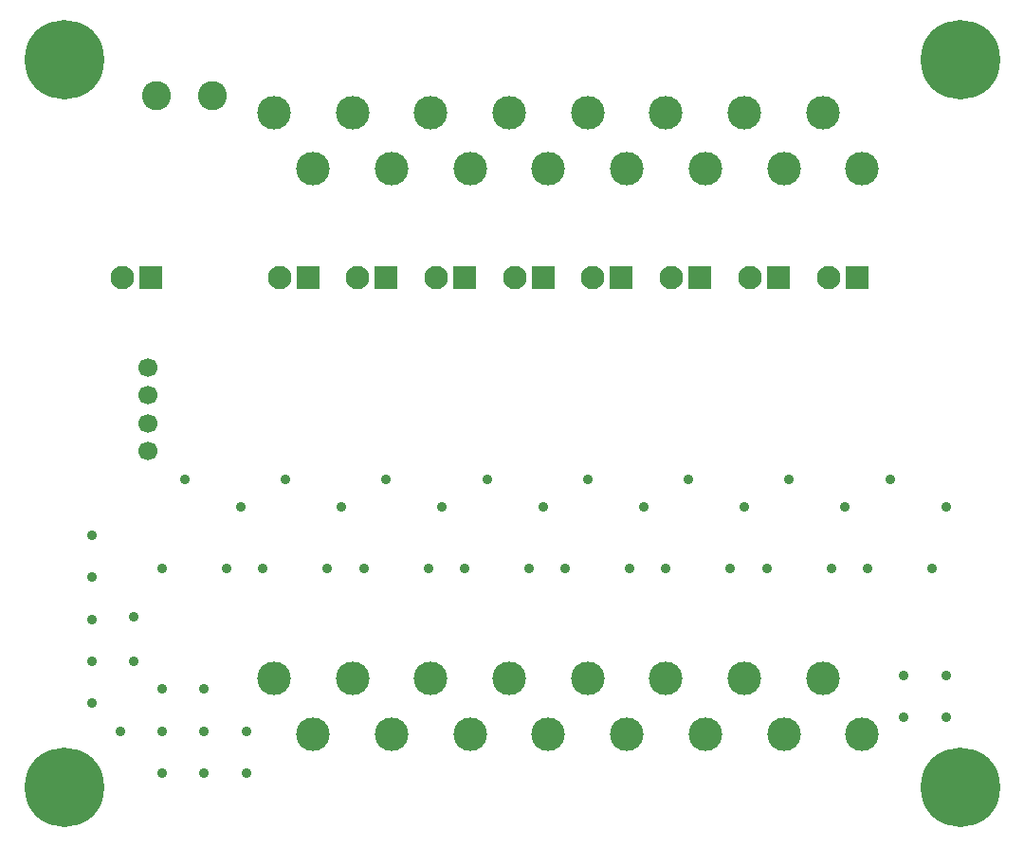
<source format=gbs>
G04 Layer_Color=16711935*
%FSLAX25Y25*%
%MOIN*%
G70*
G01*
G75*
%ADD10C,0.10236*%
%ADD11C,0.27953*%
%ADD12C,0.11824*%
%ADD13C,0.08268*%
%ADD14R,0.08268X0.08268*%
%ADD15C,0.03543*%
%ADD16C,0.06693*%
D10*
X52165Y262795D02*
D03*
X71850D02*
D03*
D11*
X19685Y275590D02*
D03*
Y19685D02*
D03*
X334646Y275590D02*
D03*
Y19685D02*
D03*
D12*
X300197Y38189D02*
D03*
X272638D02*
D03*
X286417Y57874D02*
D03*
X258858D02*
D03*
X93504D02*
D03*
X107283Y38189D02*
D03*
X121063Y57874D02*
D03*
X134843Y38189D02*
D03*
X189961D02*
D03*
X203740Y57874D02*
D03*
X217520Y38189D02*
D03*
X231299Y57874D02*
D03*
X245079Y38189D02*
D03*
X176181Y57874D02*
D03*
X162402Y38189D02*
D03*
X148622Y57874D02*
D03*
X93504Y257087D02*
D03*
X121063D02*
D03*
X107283Y237402D02*
D03*
X134843D02*
D03*
X300197D02*
D03*
X286417Y257087D02*
D03*
X272638Y237402D02*
D03*
X258858Y257087D02*
D03*
X203740D02*
D03*
X189961Y237402D02*
D03*
X176181Y257087D02*
D03*
X162402Y237402D02*
D03*
X148622Y257087D02*
D03*
X217520Y237402D02*
D03*
X231299Y257087D02*
D03*
X245079Y237402D02*
D03*
D13*
X40276Y198819D02*
D03*
X95394D02*
D03*
X122953D02*
D03*
X150512D02*
D03*
X178071D02*
D03*
X205630D02*
D03*
X233189D02*
D03*
X260748D02*
D03*
X288307D02*
D03*
D14*
X50276D02*
D03*
X105394D02*
D03*
X132953D02*
D03*
X160512D02*
D03*
X188071D02*
D03*
X215630D02*
D03*
X243189D02*
D03*
X270748D02*
D03*
X298307D02*
D03*
D15*
X68898Y54134D02*
D03*
X29528Y108268D02*
D03*
X83661Y24606D02*
D03*
X68898D02*
D03*
X54134D02*
D03*
X314961Y44291D02*
D03*
Y59055D02*
D03*
X329724D02*
D03*
Y44291D02*
D03*
X44291Y79724D02*
D03*
Y63976D02*
D03*
X54134Y54134D02*
D03*
X68898Y39370D02*
D03*
X54134D02*
D03*
X39370D02*
D03*
X83661D02*
D03*
X29528Y49213D02*
D03*
Y63976D02*
D03*
Y78740D02*
D03*
Y93504D02*
D03*
X329724Y118110D02*
D03*
X294291D02*
D03*
X258858D02*
D03*
X223425D02*
D03*
X187992D02*
D03*
X152559D02*
D03*
X117126D02*
D03*
X81693D02*
D03*
X324803Y96457D02*
D03*
X289370D02*
D03*
X253937D02*
D03*
X218504D02*
D03*
X183071D02*
D03*
X147638D02*
D03*
X112205D02*
D03*
X54134D02*
D03*
X302165D02*
D03*
X266732D02*
D03*
X239173Y127953D02*
D03*
X203740D02*
D03*
X231299Y96457D02*
D03*
X195866D02*
D03*
X168307Y127953D02*
D03*
X160433Y96457D02*
D03*
X125000D02*
D03*
X132874Y127953D02*
D03*
X97441D02*
D03*
X62008D02*
D03*
X76772Y96457D02*
D03*
X89567D02*
D03*
X310039Y127953D02*
D03*
X274606D02*
D03*
D16*
X49213Y167323D02*
D03*
Y137795D02*
D03*
Y147638D02*
D03*
Y157480D02*
D03*
M02*

</source>
